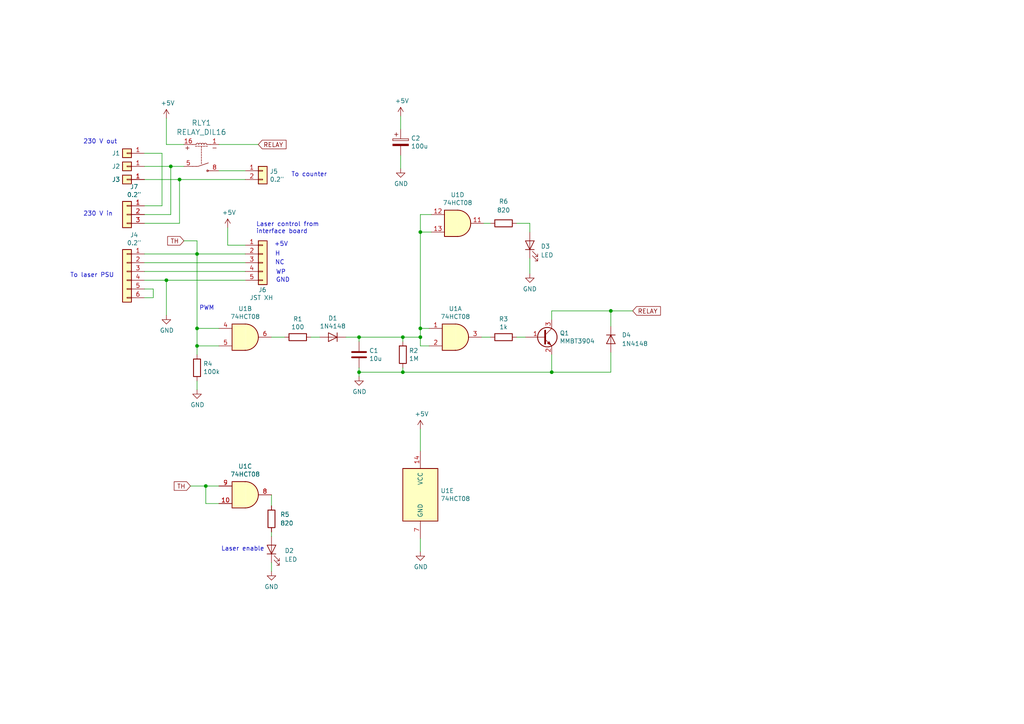
<source format=kicad_sch>
(kicad_sch (version 20211123) (generator eeschema)
  (paper "A4")
  (lib_symbols
    (symbol "74LS08_1" (pin_names (offset 1.016))
      (property "Reference" "U" (at 0 1.27 0))
      (property "Value" "74LS08_1" (at 0 -1.27 0))
      (symbol "74LS08_1_1_1"
        (pin input line (at -7.62 2.54 0) (length 3.81) (name "~") (number "1"))
        (pin input line (at -7.62 -2.54 0) (length 3.81) (name "~") (number "2"))
        (pin output line (at 7.62 0 180) (length 3.81) (name "~") (number "3"))
      )
      (symbol "74LS08_1_1_2"
        (pin input inverted (at -7.62 2.54 0) (length 4.318) (name "~") (number "1"))
        (pin input inverted (at -7.62 -2.54 0) (length 4.318) (name "~") (number "2"))
        (pin output inverted (at 7.62 0 180) (length 3.81) (name "~") (number "3"))
      )
      (symbol "74LS08_1_2_1"
        (pin input line (at -7.62 2.54 0) (length 3.81) (name "~") (number "4"))
        (pin input line (at -7.62 -2.54 0) (length 3.81) (name "~") (number "5"))
        (pin output line (at 7.62 0 180) (length 3.81) (name "~") (number "6"))
      )
      (symbol "74LS08_1_2_2"
        (pin input inverted (at -7.62 2.54 0) (length 4.318) (name "~") (number "4"))
        (pin input inverted (at -7.62 -2.54 0) (length 4.318) (name "~") (number "5"))
        (pin output inverted (at 7.62 0 180) (length 3.81) (name "~") (number "6"))
      )
      (symbol "74LS08_1_3_1"
        (pin input line (at -7.62 -2.54 0) (length 3.81) (name "~") (number "10"))
        (pin output line (at 7.62 0 180) (length 3.81) (name "~") (number "8"))
        (pin input line (at -7.62 2.54 0) (length 3.81) (name "~") (number "9"))
      )
      (symbol "74LS08_1_3_2"
        (pin input inverted (at -7.62 -2.54 0) (length 4.318) (name "~") (number "10"))
        (pin output inverted (at 7.62 0 180) (length 3.81) (name "~") (number "8"))
        (pin input inverted (at -7.62 2.54 0) (length 4.318) (name "~") (number "9"))
      )
      (symbol "74LS08_1_4_1"
        (pin output line (at 7.62 0 180) (length 3.81) (name "~") (number "11"))
        (pin input line (at -7.62 2.54 0) (length 3.81) (name "~") (number "12"))
        (pin input line (at -7.62 -2.54 0) (length 3.81) (name "~") (number "13"))
      )
      (symbol "74LS08_1_4_2"
        (pin output inverted (at 7.62 0 180) (length 3.81) (name "~") (number "11"))
        (pin input inverted (at -7.62 2.54 0) (length 4.318) (name "~") (number "12"))
        (pin input inverted (at -7.62 -2.54 0) (length 4.318) (name "~") (number "13"))
      )
      (symbol "74LS08_1_5_0"
        (pin power_in line (at 0 12.7 270) (length 5.08) (name "VCC") (number "14"))
        (pin power_in line (at 0 -12.7 90) (length 5.08) (name "GND") (number "7"))
      )
    )
    (symbol "74LS08_2" (pin_names (offset 1.016))
      (property "Reference" "U" (at 0 1.27 0))
      (property "Value" "74LS08_2" (at 0 -1.27 0))
      (symbol "74LS08_2_1_1"
        (pin input line (at -7.62 2.54 0) (length 3.81) (name "~") (number "1"))
        (pin input line (at -7.62 -2.54 0) (length 3.81) (name "~") (number "2"))
        (pin output line (at 7.62 0 180) (length 3.81) (name "~") (number "3"))
      )
      (symbol "74LS08_2_1_2"
        (pin input inverted (at -7.62 2.54 0) (length 4.318) (name "~") (number "1"))
        (pin input inverted (at -7.62 -2.54 0) (length 4.318) (name "~") (number "2"))
        (pin output inverted (at 7.62 0 180) (length 3.81) (name "~") (number "3"))
      )
      (symbol "74LS08_2_2_1"
        (pin input line (at -7.62 2.54 0) (length 3.81) (name "~") (number "4"))
        (pin input line (at -7.62 -2.54 0) (length 3.81) (name "~") (number "5"))
        (pin output line (at 7.62 0 180) (length 3.81) (name "~") (number "6"))
      )
      (symbol "74LS08_2_2_2"
        (pin input inverted (at -7.62 2.54 0) (length 4.318) (name "~") (number "4"))
        (pin input inverted (at -7.62 -2.54 0) (length 4.318) (name "~") (number "5"))
        (pin output inverted (at 7.62 0 180) (length 3.81) (name "~") (number "6"))
      )
      (symbol "74LS08_2_3_1"
        (pin input line (at -7.62 -2.54 0) (length 3.81) (name "~") (number "10"))
        (pin output line (at 7.62 0 180) (length 3.81) (name "~") (number "8"))
        (pin input line (at -7.62 2.54 0) (length 3.81) (name "~") (number "9"))
      )
      (symbol "74LS08_2_3_2"
        (pin input inverted (at -7.62 -2.54 0) (length 4.318) (name "~") (number "10"))
        (pin output inverted (at 7.62 0 180) (length 3.81) (name "~") (number "8"))
        (pin input inverted (at -7.62 2.54 0) (length 4.318) (name "~") (number "9"))
      )
      (symbol "74LS08_2_4_1"
        (pin output line (at 7.62 0 180) (length 3.81) (name "~") (number "11"))
        (pin input line (at -7.62 2.54 0) (length 3.81) (name "~") (number "12"))
        (pin input line (at -7.62 -2.54 0) (length 3.81) (name "~") (number "13"))
      )
      (symbol "74LS08_2_4_2"
        (pin output inverted (at 7.62 0 180) (length 3.81) (name "~") (number "11"))
        (pin input inverted (at -7.62 2.54 0) (length 4.318) (name "~") (number "12"))
        (pin input inverted (at -7.62 -2.54 0) (length 4.318) (name "~") (number "13"))
      )
      (symbol "74LS08_2_5_0"
        (pin power_in line (at 0 12.7 270) (length 5.08) (name "VCC") (number "14"))
        (pin power_in line (at 0 -12.7 90) (length 5.08) (name "GND") (number "7"))
      )
    )
    (symbol "74LS08_3" (pin_names (offset 1.016))
      (property "Reference" "U" (at 0 1.27 0))
      (property "Value" "74LS08_3" (at 0 -1.27 0))
      (symbol "74LS08_3_1_1"
        (pin input line (at -7.62 2.54 0) (length 3.81) (name "~") (number "1"))
        (pin input line (at -7.62 -2.54 0) (length 3.81) (name "~") (number "2"))
        (pin output line (at 7.62 0 180) (length 3.81) (name "~") (number "3"))
      )
      (symbol "74LS08_3_1_2"
        (pin input inverted (at -7.62 2.54 0) (length 4.318) (name "~") (number "1"))
        (pin input inverted (at -7.62 -2.54 0) (length 4.318) (name "~") (number "2"))
        (pin output inverted (at 7.62 0 180) (length 3.81) (name "~") (number "3"))
      )
      (symbol "74LS08_3_2_1"
        (pin input line (at -7.62 2.54 0) (length 3.81) (name "~") (number "4"))
        (pin input line (at -7.62 -2.54 0) (length 3.81) (name "~") (number "5"))
        (pin output line (at 7.62 0 180) (length 3.81) (name "~") (number "6"))
      )
      (symbol "74LS08_3_2_2"
        (pin input inverted (at -7.62 2.54 0) (length 4.318) (name "~") (number "4"))
        (pin input inverted (at -7.62 -2.54 0) (length 4.318) (name "~") (number "5"))
        (pin output inverted (at 7.62 0 180) (length 3.81) (name "~") (number "6"))
      )
      (symbol "74LS08_3_3_1"
        (pin input line (at -7.62 -2.54 0) (length 3.81) (name "~") (number "10"))
        (pin output line (at 7.62 0 180) (length 3.81) (name "~") (number "8"))
        (pin input line (at -7.62 2.54 0) (length 3.81) (name "~") (number "9"))
      )
      (symbol "74LS08_3_3_2"
        (pin input inverted (at -7.62 -2.54 0) (length 4.318) (name "~") (number "10"))
        (pin output inverted (at 7.62 0 180) (length 3.81) (name "~") (number "8"))
        (pin input inverted (at -7.62 2.54 0) (length 4.318) (name "~") (number "9"))
      )
      (symbol "74LS08_3_4_1"
        (pin output line (at 7.62 0 180) (length 3.81) (name "~") (number "11"))
        (pin input line (at -7.62 2.54 0) (length 3.81) (name "~") (number "12"))
        (pin input line (at -7.62 -2.54 0) (length 3.81) (name "~") (number "13"))
      )
      (symbol "74LS08_3_4_2"
        (pin output inverted (at 7.62 0 180) (length 3.81) (name "~") (number "11"))
        (pin input inverted (at -7.62 2.54 0) (length 4.318) (name "~") (number "12"))
        (pin input inverted (at -7.62 -2.54 0) (length 4.318) (name "~") (number "13"))
      )
      (symbol "74LS08_3_5_0"
        (pin power_in line (at 0 12.7 270) (length 5.08) (name "VCC") (number "14"))
        (pin power_in line (at 0 -12.7 90) (length 5.08) (name "GND") (number "7"))
      )
    )
    (symbol "74LS08_4" (pin_names (offset 1.016))
      (property "Reference" "U" (at 0 1.27 0))
      (property "Value" "74LS08_4" (at 0 -1.27 0))
      (symbol "74LS08_4_1_1"
        (pin input line (at -7.62 2.54 0) (length 3.81) (name "~") (number "1"))
        (pin input line (at -7.62 -2.54 0) (length 3.81) (name "~") (number "2"))
        (pin output line (at 7.62 0 180) (length 3.81) (name "~") (number "3"))
      )
      (symbol "74LS08_4_1_2"
        (pin input inverted (at -7.62 2.54 0) (length 4.318) (name "~") (number "1"))
        (pin input inverted (at -7.62 -2.54 0) (length 4.318) (name "~") (number "2"))
        (pin output inverted (at 7.62 0 180) (length 3.81) (name "~") (number "3"))
      )
      (symbol "74LS08_4_2_1"
        (pin input line (at -7.62 2.54 0) (length 3.81) (name "~") (number "4"))
        (pin input line (at -7.62 -2.54 0) (length 3.81) (name "~") (number "5"))
        (pin output line (at 7.62 0 180) (length 3.81) (name "~") (number "6"))
      )
      (symbol "74LS08_4_2_2"
        (pin input inverted (at -7.62 2.54 0) (length 4.318) (name "~") (number "4"))
        (pin input inverted (at -7.62 -2.54 0) (length 4.318) (name "~") (number "5"))
        (pin output inverted (at 7.62 0 180) (length 3.81) (name "~") (number "6"))
      )
      (symbol "74LS08_4_3_1"
        (pin input line (at -7.62 -2.54 0) (length 3.81) (name "~") (number "10"))
        (pin output line (at 7.62 0 180) (length 3.81) (name "~") (number "8"))
        (pin input line (at -7.62 2.54 0) (length 3.81) (name "~") (number "9"))
      )
      (symbol "74LS08_4_3_2"
        (pin input inverted (at -7.62 -2.54 0) (length 4.318) (name "~") (number "10"))
        (pin output inverted (at 7.62 0 180) (length 3.81) (name "~") (number "8"))
        (pin input inverted (at -7.62 2.54 0) (length 4.318) (name "~") (number "9"))
      )
      (symbol "74LS08_4_4_1"
        (pin output line (at 7.62 0 180) (length 3.81) (name "~") (number "11"))
        (pin input line (at -7.62 2.54 0) (length 3.81) (name "~") (number "12"))
        (pin input line (at -7.62 -2.54 0) (length 3.81) (name "~") (number "13"))
      )
      (symbol "74LS08_4_4_2"
        (pin output inverted (at 7.62 0 180) (length 3.81) (name "~") (number "11"))
        (pin input inverted (at -7.62 2.54 0) (length 4.318) (name "~") (number "12"))
        (pin input inverted (at -7.62 -2.54 0) (length 4.318) (name "~") (number "13"))
      )
      (symbol "74LS08_4_5_0"
        (pin power_in line (at 0 12.7 270) (length 5.08) (name "VCC") (number "14"))
        (pin power_in line (at 0 -12.7 90) (length 5.08) (name "GND") (number "7"))
      )
    )
    (symbol "74xx:74LS08" (pin_names (offset 1.016))
      (property "Reference" "U" (at 0 1.27 0))
      (property "Value" "74LS08" (at 0 -1.27 0))
      (symbol "74LS08_1_1"
        (pin input line (at -7.62 2.54 0) (length 3.81) (name "~") (number "1"))
        (pin input line (at -7.62 -2.54 0) (length 3.81) (name "~") (number "2"))
        (pin output line (at 7.62 0 180) (length 3.81) (name "~") (number "3"))
      )
      (symbol "74LS08_1_2"
        (pin input inverted (at -7.62 2.54 0) (length 4.318) (name "~") (number "1"))
        (pin input inverted (at -7.62 -2.54 0) (length 4.318) (name "~") (number "2"))
        (pin output inverted (at 7.62 0 180) (length 3.81) (name "~") (number "3"))
      )
      (symbol "74LS08_2_1"
        (pin input line (at -7.62 2.54 0) (length 3.81) (name "~") (number "4"))
        (pin input line (at -7.62 -2.54 0) (length 3.81) (name "~") (number "5"))
        (pin output line (at 7.62 0 180) (length 3.81) (name "~") (number "6"))
      )
      (symbol "74LS08_2_2"
        (pin input inverted (at -7.62 2.54 0) (length 4.318) (name "~") (number "4"))
        (pin input inverted (at -7.62 -2.54 0) (length 4.318) (name "~") (number "5"))
        (pin output inverted (at 7.62 0 180) (length 3.81) (name "~") (number "6"))
      )
      (symbol "74LS08_3_1"
        (pin input line (at -7.62 -2.54 0) (length 3.81) (name "~") (number "10"))
        (pin output line (at 7.62 0 180) (length 3.81) (name "~") (number "8"))
        (pin input line (at -7.62 2.54 0) (length 3.81) (name "~") (number "9"))
      )
      (symbol "74LS08_3_2"
        (pin input inverted (at -7.62 -2.54 0) (length 4.318) (name "~") (number "10"))
        (pin output inverted (at 7.62 0 180) (length 3.81) (name "~") (number "8"))
        (pin input inverted (at -7.62 2.54 0) (length 4.318) (name "~") (number "9"))
      )
      (symbol "74LS08_4_1"
        (pin output line (at 7.62 0 180) (length 3.81) (name "~") (number "11"))
        (pin input line (at -7.62 2.54 0) (length 3.81) (name "~") (number "12"))
        (pin input line (at -7.62 -2.54 0) (length 3.81) (name "~") (number "13"))
      )
      (symbol "74LS08_4_2"
        (pin output inverted (at 7.62 0 180) (length 3.81) (name "~") (number "11"))
        (pin input inverted (at -7.62 2.54 0) (length 4.318) (name "~") (number "12"))
        (pin input inverted (at -7.62 -2.54 0) (length 4.318) (name "~") (number "13"))
      )
      (symbol "74LS08_5_0"
        (pin power_in line (at 0 12.7 270) (length 5.08) (name "VCC") (number "14"))
        (pin power_in line (at 0 -12.7 90) (length 5.08) (name "GND") (number "7"))
      )
    )
    (symbol "Connector_Generic:Conn_01x01" (pin_names (offset 1.016) hide)
      (property "Reference" "J" (at 0 2.54 0))
      (property "Value" "Conn_01x01" (at 0 -2.54 0))
      (symbol "Conn_01x01_1_1"
        (pin passive line (at -5.08 0 0) (length 3.81) (name "Pin_1") (number "1"))
      )
    )
    (symbol "Connector_Generic:Conn_01x02" (pin_names (offset 1.016) hide)
      (property "Reference" "J" (at 0 2.54 0))
      (property "Value" "Conn_01x02" (at 0 -5.08 0))
      (symbol "Conn_01x02_1_1"
        (pin passive line (at -5.08 0 0) (length 3.81) (name "Pin_1") (number "1"))
        (pin passive line (at -5.08 -2.54 0) (length 3.81) (name "Pin_2") (number "2"))
      )
    )
    (symbol "Connector_Generic:Conn_01x03" (pin_names (offset 1.016) hide)
      (property "Reference" "J" (at 0 5.08 0))
      (property "Value" "Conn_01x03" (at 0 -5.08 0))
      (symbol "Conn_01x03_1_1"
        (pin passive line (at -5.08 2.54 0) (length 3.81) (name "Pin_1") (number "1"))
        (pin passive line (at -5.08 0 0) (length 3.81) (name "Pin_2") (number "2"))
        (pin passive line (at -5.08 -2.54 0) (length 3.81) (name "Pin_3") (number "3"))
      )
    )
    (symbol "Connector_Generic:Conn_01x05" (pin_names (offset 1.016) hide)
      (property "Reference" "J" (at 0 7.62 0))
      (property "Value" "Conn_01x05" (at 0 -7.62 0))
      (symbol "Conn_01x05_1_1"
        (pin passive line (at -5.08 5.08 0) (length 3.81) (name "Pin_1") (number "1"))
        (pin passive line (at -5.08 2.54 0) (length 3.81) (name "Pin_2") (number "2"))
        (pin passive line (at -5.08 0 0) (length 3.81) (name "Pin_3") (number "3"))
        (pin passive line (at -5.08 -2.54 0) (length 3.81) (name "Pin_4") (number "4"))
        (pin passive line (at -5.08 -5.08 0) (length 3.81) (name "Pin_5") (number "5"))
      )
    )
    (symbol "Connector_Generic:Conn_01x06" (pin_names (offset 1.016) hide)
      (property "Reference" "J" (at 0 7.62 0))
      (property "Value" "Conn_01x06" (at 0 -10.16 0))
      (symbol "Conn_01x06_1_1"
        (pin passive line (at -5.08 5.08 0) (length 3.81) (name "Pin_1") (number "1"))
        (pin passive line (at -5.08 2.54 0) (length 3.81) (name "Pin_2") (number "2"))
        (pin passive line (at -5.08 0 0) (length 3.81) (name "Pin_3") (number "3"))
        (pin passive line (at -5.08 -2.54 0) (length 3.81) (name "Pin_4") (number "4"))
        (pin passive line (at -5.08 -5.08 0) (length 3.81) (name "Pin_5") (number "5"))
        (pin passive line (at -5.08 -7.62 0) (length 3.81) (name "Pin_6") (number "6"))
      )
    )
    (symbol "Device:C" (pin_numbers hide) (pin_names (offset 0.254))
      (property "Reference" "C" (at 0.635 2.54 0))
      (property "Value" "C" (at 0.635 -2.54 0))
      (symbol "C_1_1"
        (pin passive line (at 0 3.81 270) (length 2.794) (name "~") (number "1"))
        (pin passive line (at 0 -3.81 90) (length 2.794) (name "~") (number "2"))
      )
    )
    (symbol "Device:CP" (pin_numbers hide) (pin_names (offset 0.254))
      (property "Reference" "C" (at 0.635 2.54 0))
      (property "Value" "CP" (at 0.635 -2.54 0))
      (symbol "CP_1_1"
        (pin passive line (at 0 3.81 270) (length 2.794) (name "~") (number "1"))
        (pin passive line (at 0 -3.81 90) (length 2.794) (name "~") (number "2"))
      )
    )
    (symbol "Device:D" (pin_numbers hide) (pin_names (offset 1.016) hide)
      (property "Reference" "D" (at 0 2.54 0))
      (property "Value" "D" (at 0 -2.54 0))
      (symbol "D_1_1"
        (pin passive line (at -3.81 0 0) (length 2.54) (name "K") (number "1"))
        (pin passive line (at 3.81 0 180) (length 2.54) (name "A") (number "2"))
      )
    )
    (symbol "Device:LED" (pin_numbers hide) (pin_names (offset 1.016) hide)
      (property "Reference" "D" (at 0 2.54 0))
      (property "Value" "LED" (at 0 -2.54 0))
      (symbol "LED_1_1"
        (pin passive line (at -3.81 0 0) (length 2.54) (name "K") (number "1"))
        (pin passive line (at 3.81 0 180) (length 2.54) (name "A") (number "2"))
      )
    )
    (symbol "Device:R" (pin_numbers hide) (pin_names (offset 0))
      (property "Reference" "R" (at 2.032 0 90))
      (property "Value" "R" (at 0 0 90))
      (symbol "R_1_1"
        (pin passive line (at 0 3.81 270) (length 1.27) (name "~") (number "1"))
        (pin passive line (at 0 -3.81 90) (length 1.27) (name "~") (number "2"))
      )
    )
    (symbol "Transistor_BJT:BC849" (pin_names (offset 0) hide)
      (property "Reference" "Q" (at 5.08 1.905 0))
      (property "Value" "BC849" (at 5.08 0 0))
      (symbol "BC849_1_1"
        (pin input line (at -5.08 0 0) (length 5.715) (name "B") (number "1"))
        (pin passive line (at 2.54 -5.08 90) (length 2.54) (name "E") (number "2"))
        (pin passive line (at 2.54 5.08 270) (length 2.54) (name "C") (number "3"))
      )
    )
    (symbol "power:+5V" (power) (pin_names (offset 0))
      (property "Value" "+5V" (at 0 3.556 0))
      (symbol "+5V_1_1"
        (pin power_in line (at 0 0 90) (length 0) hide (name "+5V") (number "1"))
      )
    )
    (symbol "power:GND" (power) (pin_names (offset 0))
      (property "Value" "GND" (at 0 -3.81 0))
      (symbol "GND_1_1"
        (pin power_in line (at 0 0 270) (length 0) hide (name "GND") (number "1"))
      )
    )
    (symbol "w_relay:RELAY_DIL16" (pin_names (offset 1.016))
      (property "Reference" "RLY" (at 0 6.35 0))
      (property "Value" "RELAY_DIL16" (at 0 -5.969 0))
      (symbol "RELAY_DIL16_1_1"
        (pin passive line (at 5.08 3.81 180) (length 2.54) (name "~") (number "1"))
        (pin passive line (at -5.08 3.81 0) (length 2.54) (name "~") (number "16"))
        (pin passive line (at -5.08 -2.54 0) (length 2.54) (name "~") (number "5"))
        (pin passive line (at 5.08 -3.81 180) (length 2.54) (name "~") (number "8"))
      )
    )
  )
  (junction (at 57.15 73.66))
  (junction (at 116.84 107.95))
  (junction (at 104.14 107.95))
  (junction (at 116.84 97.79))
  (junction (at 57.15 100.33))
  (junction (at 121.92 67.31))
  (junction (at 121.92 97.79))
  (junction (at 48.26 81.28))
  (junction (at 59.69 140.97))
  (junction (at 104.14 97.79))
  (junction (at 52.07 52.07))
  (junction (at 177.165 90.17))
  (junction (at 57.15 95.25))
  (junction (at 49.53 48.26))
  (junction (at 160.02 107.95))
  (junction (at 121.92 95.25))
  (wire (pts (xy 116.84 97.79) (xy 116.84 99.06)))
  (wire (pts (xy 177.165 107.95) (xy 177.165 102.235)))
  (wire (pts (xy 57.15 100.33) (xy 63.5 100.33)))
  (wire (pts (xy 104.14 107.95) (xy 104.14 109.22)))
  (wire (pts (xy 104.14 106.68) (xy 104.14 107.95)))
  (wire (pts (xy 116.84 106.68) (xy 116.84 107.95)))
  (wire (pts (xy 142.24 97.79) (xy 139.7 97.79)))
  (wire (pts (xy 41.91 48.26) (xy 49.53 48.26)))
  (wire (pts (xy 48.26 41.91) (xy 53.34 41.91)))
  (wire (pts (xy 121.92 160.02) (xy 121.92 156.21)))
  (wire (pts (xy 66.04 71.12) (xy 71.12 71.12)))
  (wire (pts (xy 52.07 52.07) (xy 52.07 64.77)))
  (wire (pts (xy 152.4 97.79) (xy 149.86 97.79)))
  (wire (pts (xy 100.33 97.79) (xy 104.14 97.79)))
  (wire (pts (xy 59.69 140.97) (xy 63.5 140.97)))
  (wire (pts (xy 66.04 66.04) (xy 66.04 71.12)))
  (wire (pts (xy 149.86 64.77) (xy 153.67 64.77)))
  (wire (pts (xy 121.92 67.31) (xy 125.095 67.31)))
  (wire (pts (xy 46.99 44.45) (xy 46.99 59.69)))
  (wire (pts (xy 57.15 113.03) (xy 57.15 110.49)))
  (wire (pts (xy 121.92 95.25) (xy 121.92 97.79)))
  (wire (pts (xy 116.84 107.95) (xy 160.02 107.95)))
  (wire (pts (xy 41.91 76.2) (xy 71.12 76.2)))
  (wire (pts (xy 49.53 48.26) (xy 49.53 62.23)))
  (wire (pts (xy 41.91 52.07) (xy 52.07 52.07)))
  (wire (pts (xy 160.02 107.95) (xy 160.02 102.87)))
  (wire (pts (xy 160.02 90.17) (xy 160.02 92.71)))
  (wire (pts (xy 63.5 95.25) (xy 57.15 95.25)))
  (wire (pts (xy 104.14 97.79) (xy 116.84 97.79)))
  (wire (pts (xy 41.91 44.45) (xy 46.99 44.45)))
  (wire (pts (xy 78.74 154.305) (xy 78.74 155.575)))
  (wire (pts (xy 57.15 69.85) (xy 57.15 73.66)))
  (wire (pts (xy 160.02 107.95) (xy 177.165 107.95)))
  (wire (pts (xy 78.74 163.195) (xy 78.74 165.735)))
  (wire (pts (xy 41.91 78.74) (xy 71.12 78.74)))
  (wire (pts (xy 49.53 48.26) (xy 53.34 48.26)))
  (wire (pts (xy 116.84 97.79) (xy 121.92 97.79)))
  (wire (pts (xy 44.45 83.82) (xy 44.45 86.36)))
  (wire (pts (xy 121.92 67.31) (xy 121.92 95.25)))
  (wire (pts (xy 49.53 62.23) (xy 41.91 62.23)))
  (wire (pts (xy 116.205 45.085) (xy 116.205 48.895)))
  (wire (pts (xy 121.92 100.33) (xy 124.46 100.33)))
  (wire (pts (xy 177.165 90.17) (xy 177.165 94.615)))
  (wire (pts (xy 121.92 62.23) (xy 125.095 62.23)))
  (wire (pts (xy 71.12 73.66) (xy 57.15 73.66)))
  (wire (pts (xy 57.15 73.66) (xy 57.15 95.25)))
  (wire (pts (xy 41.91 83.82) (xy 44.45 83.82)))
  (wire (pts (xy 153.67 74.93) (xy 153.67 79.375)))
  (wire (pts (xy 57.15 73.66) (xy 41.91 73.66)))
  (wire (pts (xy 153.67 64.77) (xy 153.67 67.31)))
  (wire (pts (xy 177.165 90.17) (xy 183.515 90.17)))
  (wire (pts (xy 78.74 143.51) (xy 78.74 146.685)))
  (wire (pts (xy 63.5 146.05) (xy 59.69 146.05)))
  (wire (pts (xy 116.205 33.655) (xy 116.205 37.465)))
  (wire (pts (xy 121.92 97.79) (xy 121.92 100.33)))
  (wire (pts (xy 71.12 49.53) (xy 63.5 49.53)))
  (wire (pts (xy 71.12 81.28) (xy 48.26 81.28)))
  (wire (pts (xy 121.92 67.31) (xy 121.92 62.23)))
  (wire (pts (xy 57.15 100.33) (xy 57.15 102.87)))
  (wire (pts (xy 160.02 90.17) (xy 177.165 90.17)))
  (wire (pts (xy 74.93 41.91) (xy 63.5 41.91)))
  (wire (pts (xy 46.99 59.69) (xy 41.91 59.69)))
  (wire (pts (xy 52.07 52.07) (xy 71.12 52.07)))
  (wire (pts (xy 121.92 124.46) (xy 121.92 130.81)))
  (wire (pts (xy 78.74 97.79) (xy 82.55 97.79)))
  (wire (pts (xy 41.91 81.28) (xy 48.26 81.28)))
  (wire (pts (xy 52.07 64.77) (xy 41.91 64.77)))
  (wire (pts (xy 57.15 95.25) (xy 57.15 100.33)))
  (wire (pts (xy 104.14 97.79) (xy 104.14 99.06)))
  (wire (pts (xy 140.335 64.77) (xy 142.24 64.77)))
  (wire (pts (xy 124.46 95.25) (xy 121.92 95.25)))
  (wire (pts (xy 90.17 97.79) (xy 92.71 97.79)))
  (wire (pts (xy 59.69 146.05) (xy 59.69 140.97)))
  (wire (pts (xy 116.84 107.95) (xy 104.14 107.95)))
  (wire (pts (xy 55.245 140.97) (xy 59.69 140.97)))
  (wire (pts (xy 44.45 86.36) (xy 41.91 86.36)))
  (wire (pts (xy 48.26 34.29) (xy 48.26 41.91)))
  (wire (pts (xy 48.26 81.28) (xy 48.26 91.44)))
  (wire (pts (xy 53.34 69.85) (xy 57.15 69.85)))
  (text "230 V out" (at 24.13 41.91 0) (effects (font (size 1.27 1.27)) (justify left bottom)))
  (text "GND" (at 80.01 82.042 0) (effects (font (size 1.27 1.27)) (justify left bottom)))
  (text "Laser enable" (at 64.135 160.02 0) (effects (font (size 1.27 1.27)) (justify left bottom)))
  (text "To counter" (at 84.455 51.435 0) (effects (font (size 1.27 1.27)) (justify left bottom)))
  (text "WP" (at 80.01 79.756 0) (effects (font (size 1.27 1.27)) (justify left bottom)))
  (text "230 V in" (at 24.13 62.865 0) (effects (font (size 1.27 1.27)) (justify left bottom)))
  (text "Laser control from\ninterface board" (at 74.295 67.945 0) (effects (font (size 1.27 1.27)) (justify left bottom)))
  (text "PWM" (at 57.785 90.17 0) (effects (font (size 1.27 1.27)) (justify left bottom)))
  (text "To laser PSU" (at 20.32 80.645 0) (effects (font (size 1.27 1.27)) (justify left bottom)))
  (text "+5V" (at 79.502 71.628 0) (effects (font (size 1.27 1.27)) (justify left bottom)))
  (text "NC" (at 79.756 76.962 0) (effects (font (size 1.27 1.27)) (justify left bottom)))
  (text "H" (at 79.756 74.422 0) (effects (font (size 1.27 1.27)) (justify left bottom)))
  (global_label "TH" (shape input) (at 53.34 69.85 180) (property "Intersheet References" "${INTERSHEET_REFS}" (effects hide)))
  (global_label "RELAY" (shape input) (at 183.515 90.17 0) (property "Intersheet References" "${INTERSHEET_REFS}" (effects hide)))
  (global_label "RELAY" (shape input) (at 74.93 41.91 0) (property "Intersheet References" "${INTERSHEET_REFS}" (effects hide)))
  (global_label "TH" (shape input) (at 55.245 140.97 180) (property "Intersheet References" "${INTERSHEET_REFS}" (effects hide)))
  (symbol (lib_id "Connector_Generic:Conn_01x06") (at 36.83 78.74 0) (mirror y) (unit 1)
    (property "Reference" "J4" (at 38.9128 68.1482 0))
    (property "Value" "0.2\"" (at 38.9128 70.4596 0))
    (property "Footprint" "TerminalBlock:TerminalBlock_bornier-6_P5.08mm" (effects hide))
  )
  (symbol (lib_id "power:GND") (at 48.26 91.44 0) (unit 1)
    (property "Reference" "#PWR02" (effects hide))
    (property "Value" "GND" (at 48.387 95.8342 0))
  )
  (symbol (lib_id "Connector_Generic:Conn_01x05") (at 76.2 76.2 0) (unit 1)
    (property "Reference" "J6" (at 74.93 84.074 0) (effects (justify left)))
    (property "Value" "JST XH" (at 72.39 86.36 0) (effects (justify left)))
    (property "Footprint" "Connector_JST:JST_XH_B05B-XH-A_1x05_P2.50mm_Vertical" (effects hide))
  )
  (symbol (lib_id "power:+5V") (at 66.04 66.04 0) (unit 1)
    (property "Reference" "#PWR04" (effects hide))
    (property "Value" "+5V" (at 66.421 61.6458 0))
  )
  (symbol (lib_id "Connector_Generic:Conn_01x02") (at 76.2 49.53 0) (unit 1)
    (property "Reference" "J5" (at 78.232 49.7332 0) (effects (justify left)))
    (property "Value" "0.2\"" (at 78.232 52.0446 0) (effects (justify left)))
    (property "Footprint" "TerminalBlock:TerminalBlock_bornier-2_P5.08mm" (effects hide))
  )
  (symbol (lib_id "w_relay:RELAY_DIL16") (at 58.42 45.72 0) (unit 1)
    (property "Reference" "RLY1" (at 58.42 35.6362 0) (effects (font (size 1.524 1.524))))
    (property "Value" "RELAY_DIL16" (at 58.42 38.3286 0) (effects (font (size 1.524 1.524))))
    (property "Footprint" "custom:DIP-16_Relay" (effects hide))
  )
  (symbol (lib_name "74LS08_2") (lib_id "74xx:74LS08") (at 71.12 97.79 0) (unit 2)
    (property "Reference" "U1" (at 71.12 89.535 0))
    (property "Value" "74HCT08" (at 71.12 91.8464 0))
    (property "Footprint" "Package_SO:SOIC-14_3.9x8.7mm_P1.27mm" (effects hide))
    (property "Datasheet" "http://www.ti.com/lit/gpn/sn74LS08" (effects hide))
  )
  (symbol (lib_id "Device:R") (at 86.36 97.79 270) (unit 1)
    (property "Reference" "R1" (at 86.36 92.5322 90))
    (property "Value" "100" (at 86.36 94.8436 90))
    (property "Footprint" "Resistor_SMD:R_0603_1608Metric" (effects hide))
  )
  (symbol (lib_id "Device:D") (at 96.52 97.79 180) (unit 1)
    (property "Reference" "D1" (at 96.52 92.3036 0))
    (property "Value" "1N4148" (at 96.52 94.615 0))
    (property "Footprint" "Diode_SMD:D_MiniMELF" (effects hide))
  )
  (symbol (lib_id "Device:C") (at 104.14 102.87 0) (unit 1)
    (property "Reference" "C1" (at 107.061 101.7016 0) (effects (justify left)))
    (property "Value" "10u" (at 107.061 104.013 0) (effects (justify left)))
    (property "Footprint" "Capacitor_SMD:C_0805_2012Metric" (effects hide))
  )
  (symbol (lib_id "power:GND") (at 104.14 109.22 0) (unit 1)
    (property "Reference" "#PWR06" (effects hide))
    (property "Value" "GND" (at 104.267 113.6142 0))
  )
  (symbol (lib_id "Device:R") (at 116.84 102.87 0) (unit 1)
    (property "Reference" "R2" (at 118.618 101.7016 0) (effects (justify left)))
    (property "Value" "1M" (at 118.618 104.013 0) (effects (justify left)))
    (property "Footprint" "Resistor_SMD:R_0603_1608Metric" (effects hide))
  )
  (symbol (lib_name "74LS08_4") (lib_id "74xx:74LS08") (at 132.08 97.79 0) (unit 1)
    (property "Reference" "U1" (at 132.08 89.535 0))
    (property "Value" "74HCT08" (at 132.08 91.8464 0))
    (property "Footprint" "Package_SO:SOIC-14_3.9x8.7mm_P1.27mm" (effects hide))
    (property "Datasheet" "http://www.ti.com/lit/gpn/sn74LS08" (effects hide))
  )
  (symbol (lib_id "Device:R") (at 146.05 97.79 270) (unit 1)
    (property "Reference" "R3" (at 146.05 92.5322 90))
    (property "Value" "1k" (at 146.05 94.8436 90))
    (property "Footprint" "Resistor_SMD:R_0603_1608Metric" (effects hide))
  )
  (symbol (lib_id "Transistor_BJT:BC849") (at 157.48 97.79 0) (unit 1)
    (property "Reference" "Q1" (at 162.3314 96.6216 0) (effects (justify left)))
    (property "Value" "MMBT3904" (at 162.3314 98.933 0) (effects (justify left)))
    (property "Footprint" "Package_TO_SOT_SMD:SOT-23" (effects hide))
    (property "Datasheet" "http://www.infineon.com/dgdl/Infineon-BC847SERIES_BC848SERIES_BC849SERIES_BC850SERIES-DS-v01_01-en.pdf?fileId=db3a304314dca389011541d4630a1657" (effects hide))
  )
  (symbol (lib_id "power:+5V") (at 48.26 34.29 0) (unit 1)
    (property "Reference" "#PWR01" (effects hide))
    (property "Value" "+5V" (at 48.641 29.8958 0))
  )
  (symbol (lib_id "power:GND") (at 116.205 48.895 0) (unit 1)
    (property "Reference" "#PWR08" (effects hide))
    (property "Value" "GND" (at 116.332 53.2892 0))
  )
  (symbol (lib_id "power:+5V") (at 116.205 33.655 0) (unit 1)
    (property "Reference" "#PWR07" (effects hide))
    (property "Value" "+5V" (at 116.586 29.2608 0))
  )
  (symbol (lib_id "Device:CP") (at 116.205 41.275 0) (unit 1)
    (property "Reference" "C2" (at 119.2022 40.1066 0) (effects (justify left)))
    (property "Value" "100u" (at 119.2022 42.418 0) (effects (justify left)))
    (property "Footprint" "Capacitor_Tantalum_SMD:CP_EIA-7343-40_Kemet-Y" (effects hide))
  )
  (symbol (lib_name "74LS08_3") (lib_id "74xx:74LS08") (at 71.12 143.51 0) (unit 3)
    (property "Reference" "U1" (at 71.12 135.255 0))
    (property "Value" "74HCT08" (at 71.12 137.5664 0))
    (property "Footprint" "Package_SO:SOIC-14_3.9x8.7mm_P1.27mm" (effects hide))
    (property "Datasheet" "http://www.ti.com/lit/gpn/sn74LS08" (effects hide))
  )
  (symbol (lib_id "74xx:74LS08") (at 132.715 64.77 0) (unit 4)
    (property "Reference" "U1" (at 132.715 56.515 0))
    (property "Value" "74HCT08" (at 132.715 58.8264 0))
    (property "Footprint" "Package_SO:SOIC-14_3.9x8.7mm_P1.27mm" (effects hide))
    (property "Datasheet" "http://www.ti.com/lit/gpn/sn74LS08" (effects hide))
  )
  (symbol (lib_name "74LS08_1") (lib_id "74xx:74LS08") (at 121.92 143.51 0) (unit 5)
    (property "Reference" "U1" (at 127.762 142.3416 0) (effects (justify left)))
    (property "Value" "74HCT08" (at 127.762 144.653 0) (effects (justify left)))
    (property "Footprint" "Package_SO:SOIC-14_3.9x8.7mm_P1.27mm" (effects hide))
    (property "Datasheet" "http://www.ti.com/lit/gpn/sn74LS08" (effects hide))
  )
  (symbol (lib_id "power:GND") (at 121.92 160.02 0) (unit 1)
    (property "Reference" "#PWR010" (effects hide))
    (property "Value" "GND" (at 122.047 164.4142 0))
  )
  (symbol (lib_id "power:+5V") (at 121.92 124.46 0) (unit 1)
    (property "Reference" "#PWR09" (effects hide))
    (property "Value" "+5V" (at 122.301 120.0658 0))
  )
  (symbol (lib_id "Connector_Generic:Conn_01x01") (at 36.83 48.26 180) (unit 1)
    (property "Reference" "J2" (at 33.655 48.26 0))
    (property "Value" "Conn_01x01" (effects hide))
    (property "Footprint" "Connector_Pin:Pin_D1.0mm_L10.0mm" (effects hide))
  )
  (symbol (lib_id "Connector_Generic:Conn_01x01") (at 36.83 52.07 180) (unit 1)
    (property "Reference" "J3" (at 33.655 52.07 0))
    (property "Value" "Conn_01x01" (effects hide))
    (property "Footprint" "Connector_Pin:Pin_D1.0mm_L10.0mm" (effects hide))
  )
  (symbol (lib_id "Connector_Generic:Conn_01x01") (at 36.83 44.45 180) (unit 1)
    (property "Reference" "J1" (at 33.655 44.45 0))
    (property "Value" "Conn_01x01" (effects hide))
    (property "Footprint" "Connector_Pin:Pin_D1.0mm_L10.0mm" (effects hide))
  )
  (symbol (lib_id "Device:R") (at 57.15 106.68 0) (unit 1)
    (property "Reference" "R4" (at 58.928 105.5116 0) (effects (justify left)))
    (property "Value" "100k" (at 58.928 107.823 0) (effects (justify left)))
    (property "Footprint" "Resistor_SMD:R_0603_1608Metric" (effects hide))
  )
  (symbol (lib_id "power:GND") (at 57.15 113.03 0) (unit 1)
    (property "Reference" "#PWR011" (effects hide))
    (property "Value" "GND" (at 57.277 117.4242 0))
  )
  (symbol (lib_id "Connector_Generic:Conn_01x03") (at 36.83 62.23 0) (mirror y) (unit 1)
    (property "Reference" "J7" (at 38.9128 54.1782 0))
    (property "Value" "0.2\"" (at 38.9128 56.4896 0))
    (property "Footprint" "TerminalBlock:TerminalBlock_Altech_AK300-3_P5.00mm" (effects hide))
  )
  (symbol (lib_id "power:GND") (at 78.74 165.735 0) (unit 1)
    (property "Reference" "#PWR03" (effects hide))
    (property "Value" "GND" (at 78.74 170.18 0))
  )
  (symbol (lib_id "Device:LED") (at 153.67 71.12 90) (unit 1)
    (property "Reference" "D3" (at 156.845 71.4501 90) (effects (justify right)))
    (property "Value" "LED" (at 156.845 73.9901 90) (effects (justify right)))
    (property "Footprint" "LED_THT:LED_D5.0mm_Horizontal_O1.27mm_Z3.0mm" (effects hide))
  )
  (symbol (lib_id "Device:LED") (at 78.74 159.385 90) (unit 1)
    (property "Reference" "D2" (at 82.55 159.7151 90) (effects (justify right)))
    (property "Value" "LED" (at 82.55 162.2551 90) (effects (justify right)))
    (property "Footprint" "LED_THT:LED_D5.0mm_Horizontal_O1.27mm_Z3.0mm" (effects hide))
  )
  (symbol (lib_id "power:GND") (at 153.67 79.375 0) (unit 1)
    (property "Reference" "#PWR012" (effects hide))
    (property "Value" "GND" (at 153.67 83.82 0))
  )
  (symbol (lib_id "Device:R") (at 146.05 64.77 90) (unit 1)
    (property "Reference" "R6" (at 146.05 58.42 90))
    (property "Value" "820" (at 146.05 60.96 90))
    (property "Footprint" "Resistor_SMD:R_0603_1608Metric" (effects hide))
  )
  (symbol (lib_id "Device:R") (at 78.74 150.495 0) (unit 1)
    (property "Reference" "R5" (at 81.28 149.2249 0) (effects (justify left)))
    (property "Value" "820" (at 81.28 151.7649 0) (effects (justify left)))
    (property "Footprint" "Resistor_SMD:R_0603_1608Metric" (effects hide))
  )
  (symbol (lib_id "Device:D") (at 177.165 98.425 270) (unit 1)
    (property "Reference" "D4" (at 180.34 97.1549 90) (effects (justify left)))
    (property "Value" "1N4148" (at 180.34 99.6949 90) (effects (justify left)))
    (property "Footprint" "Diode_SMD:D_MiniMELF" (effects hide))
  )
)
</source>
